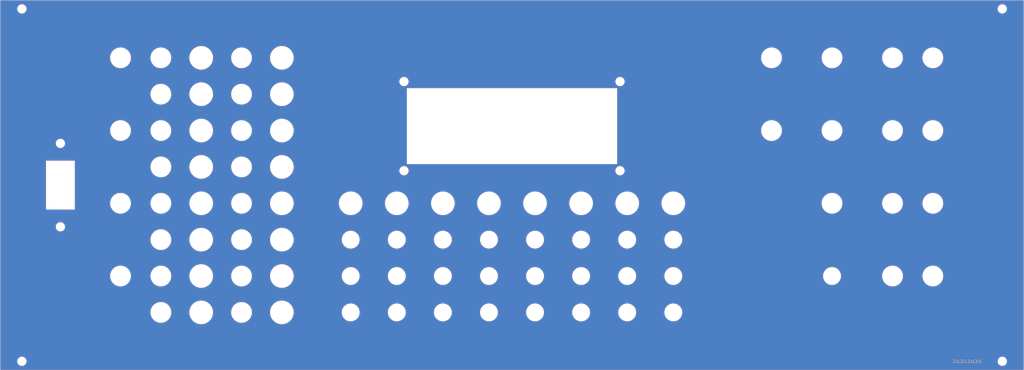
<source format=kicad_pcb>
(kicad_pcb (version 20211014) (generator pcbnew)
  (title_block (title "Controller Panel") (date "2021-06-25") (rev "1.0"))
  (layers (0 "F.Cu" signal) (31 "B.Cu" signal) (34 "B.Paste" user) (35 "F.Paste" user) (36 "B.SilkS" user "B.Silkscreen") (37 "F.SilkS" user "F.Silkscreen") (38 "B.Mask" user) (39 "F.Mask" user) (44 "Edge.Cuts" user))
  (net 0 "")
  (gr_line (start 331.1 31.3) (end 331.1 159.8) (layer "Edge.Cuts") (width 0.05))
  (gr_circle (center 59.55 139.8) (end 63.15 139.8) (layer "Edge.Cuts") (width 0.05) (fill none))
  (gr_circle (center 73.55 139.8) (end 77.65 139.8) (layer "Edge.Cuts") (width 0.05) (fill none))
  (gr_circle (center 31.55 51.3) (end 35.15 51.3) (layer "Edge.Cuts") (width 0.05) (fill none))
  (gr_circle (center 45.55 51.3) (end 49.65 51.3) (layer "Edge.Cuts") (width 0.05) (fill none))
  (gr_circle (center 45.55 76.585714) (end 49.65 76.585714) (layer "Edge.Cuts") (width 0.05) (fill none))
  (gr_circle (center 45.55 89.228571) (end 49.65 89.228571) (layer "Edge.Cuts") (width 0.05) (fill none))
  (gr_circle (center 45.55 63.942857) (end 49.65 63.942857) (layer "Edge.Cuts") (width 0.05) (fill none))
  (gr_circle (center 31.55 89.228571) (end 35.15 89.228571) (layer "Edge.Cuts") (width 0.05) (fill none))
  (gr_circle (center 31.55 101.871428) (end 35.15 101.871428) (layer "Edge.Cuts") (width 0.05) (fill none))
  (gr_circle (center 45.55 114.514285) (end 49.65 114.514285) (layer "Edge.Cuts") (width 0.05) (fill none))
  (gr_circle (center 31.55 76.585714) (end 35.15 76.585714) (layer "Edge.Cuts") (width 0.05) (fill none))
  (gr_circle (center 45.55 101.871428) (end 49.65 101.871428) (layer "Edge.Cuts") (width 0.05) (fill none))
  (gr_circle (center 31.55 63.942856) (end 35.15 63.942856) (layer "Edge.Cuts") (width 0.05) (fill none))
  (gr_circle (center 31.55 114.514285) (end 35.15 114.514285) (layer "Edge.Cuts") (width 0.05) (fill none))
  (gr_circle (center 31.55 127.157142) (end 35.15 127.157142) (layer "Edge.Cuts") (width 0.05) (fill none))
  (gr_circle (center 45.55 127.157142) (end 49.65 127.157142) (layer "Edge.Cuts") (width 0.05) (fill none))
  (gr_circle (center 31.55 139.8) (end 35.15 139.8) (layer "Edge.Cuts") (width 0.05) (fill none))
  (gr_circle (center 45.55 139.8) (end 49.65 139.8) (layer "Edge.Cuts") (width 0.05) (fill none))
  (gr_circle (center 190.95 90.55) (end 192.55 90.55) (layer "Edge.Cuts") (width 0.05) (fill none))
  (gr_circle (center 161.45 101.871428) (end 165.55 101.871428) (layer "Edge.Cuts") (width 0.05) (fill none))
  (gr_circle (center 145.45 101.871428) (end 149.55 101.871428) (layer "Edge.Cuts") (width 0.05) (fill none))
  (gr_circle (center 97.45 101.871428) (end 101.55 101.871428) (layer "Edge.Cuts") (width 0.05) (fill none))
  (gr_circle (center 129.45 101.871428) (end 133.55 101.871428) (layer "Edge.Cuts") (width 0.05) (fill none))
  (gr_circle (center 113.45 101.871428) (end 117.55 101.871428) (layer "Edge.Cuts") (width 0.05) (fill none))
  (gr_circle (center 113.45 114.514285) (end 116.55 114.514285) (layer "Edge.Cuts") (width 0.05) (fill none))
  (gr_circle (center 129.45 114.514285) (end 132.55 114.514285) (layer "Edge.Cuts") (width 0.05) (fill none))
  (gr_circle (center 145.45 114.514285) (end 148.55 114.514285) (layer "Edge.Cuts") (width 0.05) (fill none))
  (gr_circle (center 161.45 114.514285) (end 164.55 114.514285) (layer "Edge.Cuts") (width 0.05) (fill none))
  (gr_circle (center 177.45 114.514285) (end 180.55 114.514285) (layer "Edge.Cuts") (width 0.05) (fill none))
  (gr_circle (center 193.45 114.514285) (end 196.55 114.514285) (layer "Edge.Cuts") (width 0.05) (fill none))
  (gr_circle (center 209.45 114.514285) (end 212.55 114.514285) (layer "Edge.Cuts") (width 0.05) (fill none))
  (gr_circle (center 97.45 127.157142) (end 100.55 127.157142) (layer "Edge.Cuts") (width 0.05) (fill none))
  (gr_circle (center 113.45 127.157142) (end 116.55 127.157142) (layer "Edge.Cuts") (width 0.05) (fill none))
  (gr_circle (center 129.45 127.157142) (end 132.55 127.157142) (layer "Edge.Cuts") (width 0.05) (fill none))
  (gr_circle (center 145.45 127.157142) (end 148.55 127.157142) (layer "Edge.Cuts") (width 0.05) (fill none))
  (gr_circle (center 161.45 127.157142) (end 164.55 127.157142) (layer "Edge.Cuts") (width 0.05) (fill none))
  (gr_circle (center 177.45 127.157142) (end 180.55 127.157142) (layer "Edge.Cuts") (width 0.05) (fill none))
  (gr_circle (center 193.45 127.157142) (end 196.55 127.157142) (layer "Edge.Cuts") (width 0.05) (fill none))
  (gr_circle (center 209.45 127.157142) (end 212.55 127.157142) (layer "Edge.Cuts") (width 0.05) (fill none))
  (gr_circle (center 97.45 139.799999) (end 100.55 139.799999) (layer "Edge.Cuts") (width 0.05) (fill none))
  (gr_circle (center 113.45 139.799999) (end 116.55 139.799999) (layer "Edge.Cuts") (width 0.05) (fill none))
  (gr_circle (center 129.45 139.799999) (end 132.55 139.799999) (layer "Edge.Cuts") (width 0.05) (fill none))
  (gr_circle (center 145.45 139.799999) (end 148.55 139.799999) (layer "Edge.Cuts") (width 0.05) (fill none))
  (gr_circle (center 161.45 139.799999) (end 164.55 139.799999) (layer "Edge.Cuts") (width 0.05) (fill none))
  (gr_circle (center 177.45 139.799999) (end 180.55 139.799999) (layer "Edge.Cuts") (width 0.05) (fill none))
  (gr_circle (center 193.45 139.799999) (end 196.55 139.799999) (layer "Edge.Cuts") (width 0.05) (fill none))
  (gr_circle (center 209.45 139.799999) (end 212.55 139.799999) (layer "Edge.Cuts") (width 0.05) (fill none))
  (gr_circle (center 17.55 76.585714) (end 21.15 76.585714) (layer "Edge.Cuts") (width 0.05) (fill none))
  (gr_circle (center 285.55 76.585714) (end 289.15 76.585714) (layer "Edge.Cuts") (width 0.05) (fill none))
  (gr_circle (center 285.55 127.157142) (end 289.15 127.157142) (layer "Edge.Cuts") (width 0.05) (fill none))
  (gr_circle (center 299.55 127.157142) (end 303.15 127.157142) (layer "Edge.Cuts") (width 0.05) (fill none))
  (gr_circle (center 299.55 51.3) (end 303.15 51.3) (layer "Edge.Cuts") (width 0.05) (fill none))
  (gr_circle (center 285.55 51.3) (end 289.15 51.3) (layer "Edge.Cuts") (width 0.05) (fill none))
  (gr_circle (center 264.55 101.871428) (end 268.15 101.871428) (layer "Edge.Cuts") (width 0.05) (fill none))
  (gr_circle (center 264.55 127.157142) (end 267.65 127.157142) (layer "Edge.Cuts") (width 0.05) (fill none))
  (gr_circle (center 243.55 51.3) (end 247.15 51.3) (layer "Edge.Cuts") (width 0.05) (fill none))
  (gr_circle (center 264.55 76.585714) (end 268.15 76.585714) (layer "Edge.Cuts") (width 0.05) (fill none))
  (gr_circle (center 285.55 101.871428) (end 289.15 101.871428) (layer "Edge.Cuts") (width 0.05) (fill none))
  (gr_circle (center 299.55 101.871428) (end 303.15 101.871428) (layer "Edge.Cuts") (width 0.05) (fill none))
  (gr_line (start -24.2 31.3) (end 331.1 31.3) (layer "Edge.Cuts") (width 0.05))
  (gr_line (start -24.2 159.8) (end 331.1 159.8) (layer "Edge.Cuts") (width 0.05))
  (gr_circle (center 17.55 101.871428) (end 21.15 101.871428) (layer "Edge.Cuts") (width 0.05) (fill none))
  (gr_circle (center 264.55 51.3) (end 268.15 51.3) (layer "Edge.Cuts") (width 0.05) (fill none))
  (gr_circle (center 243.55 76.585714) (end 247.15 76.585714) (layer "Edge.Cuts") (width 0.05) (fill none))
  (gr_circle (center -3.325 110.05) (end -1.725 110.05) (layer "Edge.Cuts") (width 0.05) (fill none))
  (gr_line (start 1.675 87.05) (end -8.325 87.05) (layer "Edge.Cuts") (width 0.05))
  (gr_line (start -24.2 31.3) (end -24.2 159.8) (layer "Edge.Cuts") (width 0.05))
  (gr_line (start 116.95 88.25) (end 116.95 61.85) (layer "Edge.Cuts") (width 0.05))
  (gr_circle (center 17.55 127.157142) (end 21.15 127.157142) (layer "Edge.Cuts") (width 0.05) (fill none))
  (gr_circle (center 323.66 156.8) (end 325.26 156.8) (layer "Edge.Cuts") (width 0.05) (fill none))
  (gr_circle (center 73.55 51.3) (end 77.65 51.3) (layer "Edge.Cuts") (width 0.05) (fill none))
  (gr_circle (center 73.55 101.871428) (end 77.65 101.871428) (layer "Edge.Cuts") (width 0.05) (fill none))
  (gr_circle (center 193.45 101.871428) (end 197.55 101.871428) (layer "Edge.Cuts") (width 0.05) (fill none))
  (gr_circle (center 190.95 59.55) (end 192.55 59.55) (layer "Edge.Cuts") (width 0.05) (fill none))
  (gr_line (start 189.95 61.85) (end 189.95 88.25) (layer "Edge.Cuts") (width 0.05))
  (gr_circle (center -3.325 81.05) (end -1.725 81.05) (layer "Edge.Cuts") (width 0.05) (fill none))
  (gr_circle (center 59.55 76.585714) (end 63.15 76.585714) (layer "Edge.Cuts") (width 0.05) (fill none))
  (gr_circle (center 73.55 127.157142) (end 77.65 127.157142) (layer "Edge.Cuts") (width 0.05) (fill none))
  (gr_circle (center 59.55 51.3) (end 63.15 51.3) (layer "Edge.Cuts") (width 0.05) (fill none))
  (gr_circle (center 209.45 101.871428) (end 213.55 101.871428) (layer "Edge.Cuts") (width 0.05) (fill none))
  (gr_circle (center 73.55 76.585714) (end 77.65 76.585714) (layer "Edge.Cuts") (width 0.05) (fill none))
  (gr_circle (center -16.7 34.3) (end -15.1 34.3) (layer "Edge.Cuts") (width 0.05) (fill none))
  (gr_circle (center 115.95 59.55) (end 117.55 59.55) (layer "Edge.Cuts") (width 0.05) (fill none))
  (gr_circle (center 177.45 101.871428) (end 181.55 101.871428) (layer "Edge.Cuts") (width 0.05) (fill none))
  (gr_circle (center 299.55 76.585714) (end 303.15 76.585714) (layer "Edge.Cuts") (width 0.05) (fill none))
  (gr_circle (center 59.55 101.871428) (end 63.15 101.871428) (layer "Edge.Cuts") (width 0.05) (fill none))
  (gr_circle (center 59.55 63.942857) (end 63.15 63.942857) (layer "Edge.Cuts") (width 0.05) (fill none))
  (gr_line (start 1.675 104.05) (end 1.675 87.05) (layer "Edge.Cuts") (width 0.05))
  (gr_circle (center 17.55 51.3) (end 21.15 51.3) (layer "Edge.Cuts") (width 0.05) (fill none))
  (gr_circle (center 59.55 114.514285) (end 63.15 114.514285) (layer "Edge.Cuts") (width 0.05) (fill none))
  (gr_circle (center 73.55 114.514285) (end 77.65 114.514285) (layer "Edge.Cuts") (width 0.05) (fill none))
  (gr_circle (center -16.7 156.8) (end -15.1 156.8) (layer "Edge.Cuts") (width 0.05) (fill none))
  (gr_line (start -8.325 87.05) (end -8.325 104.05) (layer "Edge.Cuts") (width 0.05))
  (gr_circle (center 323.66 34.3) (end 325.26 34.3) (layer "Edge.Cuts") (width 0.05) (fill none))
  (gr_circle (center 73.55 63.942857) (end 77.65 63.942857) (layer "Edge.Cuts") (width 0.05) (fill none))
  (gr_circle (center 59.55 127.157142) (end 63.15 127.157142) (layer "Edge.Cuts") (width 0.05) (fill none))
  (gr_circle (center 59.55 89.228571) (end 63.15 89.228571) (layer "Edge.Cuts") (width 0.05) (fill none))
  (gr_circle (center 115.95 90.55) (end 117.55 90.55) (layer "Edge.Cuts") (width 0.05) (fill none))
  (gr_line (start 189.95 88.25) (end 116.95 88.25) (layer "Edge.Cuts") (width 0.05))
  (gr_circle (center 97.45 114.514285) (end 100.55 114.514285) (layer "Edge.Cuts") (width 0.05) (fill none))
  (gr_circle (center 73.55 89.228571) (end 77.65 89.228571) (layer "Edge.Cuts") (width 0.05) (fill none))
  (gr_line (start 116.95 61.85) (end 189.95 61.85) (layer "Edge.Cuts") (width 0.05))
  (gr_line (start -8.325 104.05) (end 1.675 104.05) (layer "Edge.Cuts") (width 0.05))
  (gr_text "JLCJLCJLCJLC" (at 311.5 156.8) (layer "B.SilkS") (effects (font (size 1 1)) (justify mirror)))
  (zone (net 0) (net_name "") (layer "F.Cu") (connect_pads (clearance 0)) (min_thickness 0.254) (fill yes (thermal_gap 0.508) (thermal_bridge_width 0.508))
    (polygon (pts (xy 331.2 159.9) (xy -24.3 159.9) (xy -24.3 31.2) (xy 331.2 31.2)))
  )
  (zone (net 0) (net_name "") (layer "B.Cu") (connect_pads (clearance 0)) (min_thickness 0.254) (fill yes (thermal_gap 0.508) (thermal_bridge_width 0.508))
    (polygon (pts (xy 331.2 159.9) (xy -24.3 159.9) (xy -24.3 31.2) (xy 331.2 31.2)))
  )
)
</source>
